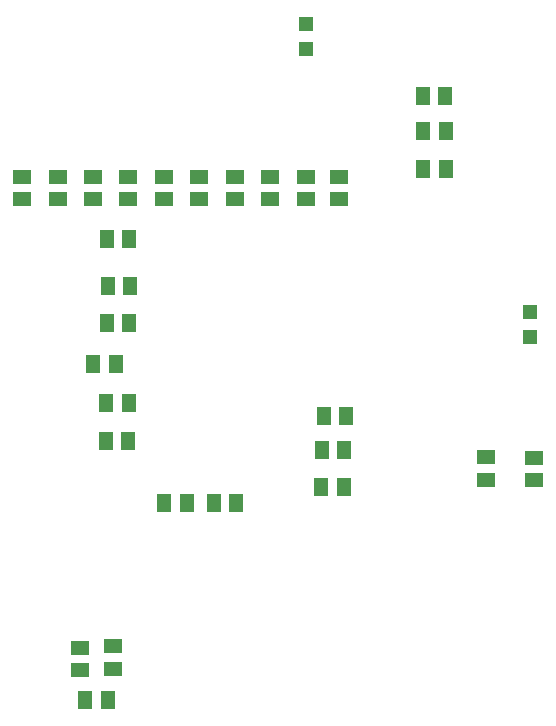
<source format=gbr>
G04 EAGLE Gerber RS-274X export*
G75*
%MOMM*%
%FSLAX34Y34*%
%LPD*%
%INSolderpaste Top*%
%IPPOS*%
%AMOC8*
5,1,8,0,0,1.08239X$1,22.5*%
G01*
%ADD10R,1.500000X1.300000*%
%ADD11R,1.300000X1.500000*%
%ADD12R,1.200000X1.200000*%


D10*
X275080Y704740D03*
X275080Y685740D03*
X245080Y704740D03*
X245080Y685740D03*
X185080Y704740D03*
X185080Y685740D03*
X125080Y704740D03*
X125080Y685740D03*
X65080Y704740D03*
X65080Y685740D03*
X468724Y447658D03*
X468724Y466658D03*
X303080Y704660D03*
X303080Y685660D03*
X215080Y704740D03*
X215080Y685740D03*
X155080Y704740D03*
X155080Y685740D03*
X95080Y704740D03*
X95080Y685740D03*
X35080Y704740D03*
X35080Y685740D03*
D11*
X106500Y512760D03*
X125500Y512760D03*
X125880Y651560D03*
X106880Y651560D03*
X105880Y480700D03*
X124880Y480700D03*
X216440Y428720D03*
X197440Y428720D03*
X288320Y442200D03*
X307320Y442200D03*
X288580Y473440D03*
X307580Y473440D03*
X95480Y546360D03*
X114480Y546360D03*
X309440Y502180D03*
X290440Y502180D03*
X88700Y261640D03*
X107700Y261640D03*
D10*
X112260Y306820D03*
X112260Y287820D03*
X84360Y286820D03*
X84360Y305820D03*
D11*
X106960Y580760D03*
X125960Y580760D03*
X126720Y611940D03*
X107720Y611940D03*
X393600Y711100D03*
X374600Y711100D03*
X393600Y743100D03*
X374600Y743100D03*
D12*
X465020Y590060D03*
X465020Y569060D03*
D10*
X427920Y448120D03*
X427920Y467120D03*
D12*
X275220Y812600D03*
X275220Y833600D03*
D11*
X374120Y773260D03*
X393120Y773260D03*
X155460Y427960D03*
X174460Y427960D03*
M02*

</source>
